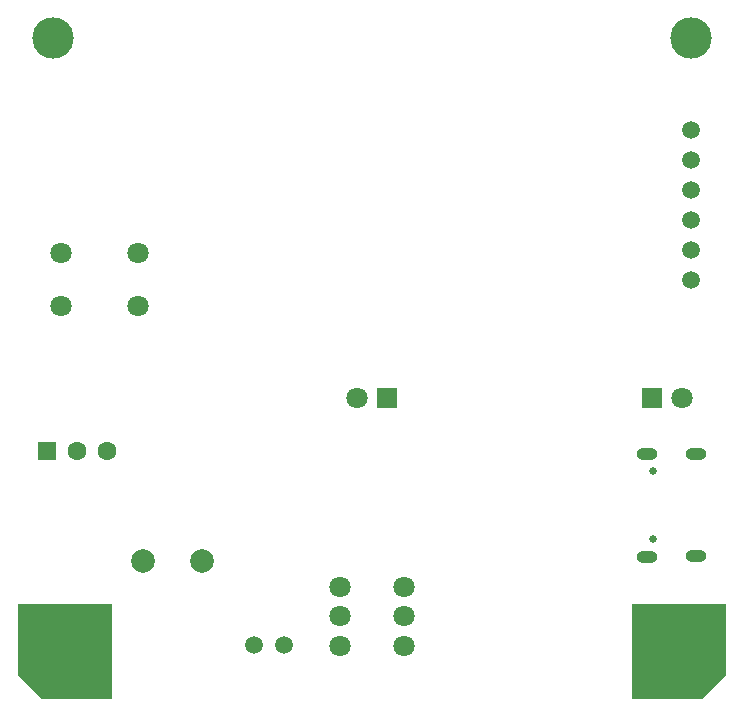
<source format=gbr>
G04*
G04 #@! TF.GenerationSoftware,Altium Limited,Altium Designer,24.3.1 (35)*
G04*
G04 Layer_Color=16711935*
%FSAX25Y25*%
%MOIN*%
G70*
G04*
G04 #@! TF.SameCoordinates,A3C2EEE2-FC71-4F10-AF2F-9764D03318EB*
G04*
G04*
G04 #@! TF.FilePolarity,Negative*
G04*
G01*
G75*
%ADD31C,0.06299*%
%ADD32R,0.06299X0.06299*%
%ADD33C,0.13780*%
%ADD34C,0.05906*%
%ADD35C,0.07874*%
%ADD36C,0.07087*%
%ADD37R,0.07087X0.07087*%
%ADD38C,0.02559*%
%ADD39O,0.07087X0.03937*%
G36*
X0031496Y0000000D02*
X0007874Y0000000D01*
X0000000Y0007874D01*
X0000000Y0031496D01*
X0031496Y0031496D01*
X0031496Y0000000D01*
X0031496Y0000000D02*
G37*
G36*
X0236221Y0007874D02*
X0228346Y0000000D01*
X0204724Y0000000D01*
X0204724Y0031496D01*
X0236221Y0031496D01*
X0236221Y0007874D01*
X0236221Y0007874D02*
G37*
D31*
X0029685Y0082677D02*
D03*
X0019685Y0082677D02*
D03*
D32*
X0009685Y0082677D02*
D03*
D33*
X0224409Y0011811D02*
D03*
X0224409Y0220472D02*
D03*
X0011811Y0220472D02*
D03*
X0011811Y0011811D02*
D03*
D34*
X0078858Y0018110D02*
D03*
X0088858Y0018110D02*
D03*
X0224409Y0139488D02*
D03*
X0224409Y0189488D02*
D03*
X0224409Y0169488D02*
D03*
X0224409Y0159488D02*
D03*
X0224409Y0149488D02*
D03*
X0224409Y0179488D02*
D03*
D35*
X0061417Y0046063D02*
D03*
X0041732Y0046063D02*
D03*
D36*
X0039961Y0148622D02*
D03*
X0039961Y0130905D02*
D03*
X0014370Y0148622D02*
D03*
X0014370Y0130905D02*
D03*
X0128740Y0027559D02*
D03*
X0128740Y0037402D02*
D03*
X0128740Y0017717D02*
D03*
X0107480Y0027559D02*
D03*
X0107480Y0037402D02*
D03*
X0107480Y0017717D02*
D03*
X0113110Y0100394D02*
D03*
X0221535Y0100394D02*
D03*
D37*
X0123110Y0100394D02*
D03*
X0211535Y0100394D02*
D03*
D38*
X0211614Y0076142D02*
D03*
X0211614Y0053386D02*
D03*
D39*
X0209646Y0047441D02*
D03*
X0209646Y0081772D02*
D03*
X0225984Y0047756D02*
D03*
X0225984Y0081772D02*
D03*
M02*

</source>
